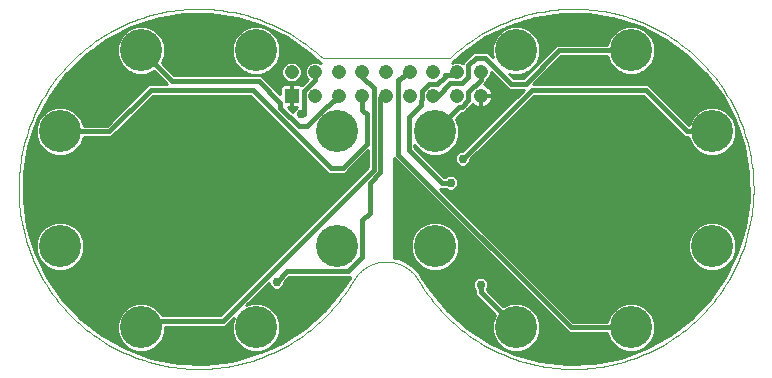
<source format=gtl>
G75*
%MOIN*%
%OFA0B0*%
%FSLAX25Y25*%
%IPPOS*%
%LPD*%
%AMOC8*
5,1,8,0,0,1.08239X$1,22.5*
%
%ADD10C,0.15000*%
%ADD11C,0.00100*%
%ADD12R,0.04756X0.04756*%
%ADD13C,0.04756*%
%ADD14C,0.14000*%
%ADD15C,0.01600*%
%ADD16C,0.03000*%
%ADD17C,0.29600*%
%ADD18C,0.01000*%
D10*
X0041500Y0073750D02*
X0041507Y0074302D01*
X0041527Y0074854D01*
X0041561Y0075405D01*
X0041608Y0075955D01*
X0041669Y0076504D01*
X0041744Y0077051D01*
X0041831Y0077597D01*
X0041932Y0078140D01*
X0042047Y0078680D01*
X0042174Y0079217D01*
X0042315Y0079751D01*
X0042469Y0080281D01*
X0042636Y0080808D01*
X0042815Y0081330D01*
X0043008Y0081848D01*
X0043213Y0082360D01*
X0043430Y0082868D01*
X0043660Y0083370D01*
X0043902Y0083866D01*
X0044157Y0084356D01*
X0044423Y0084840D01*
X0044701Y0085317D01*
X0044991Y0085787D01*
X0045292Y0086250D01*
X0045604Y0086706D01*
X0045928Y0087153D01*
X0046262Y0087593D01*
X0046607Y0088024D01*
X0046963Y0088446D01*
X0047329Y0088860D01*
X0047704Y0089265D01*
X0048090Y0089660D01*
X0048485Y0090046D01*
X0048890Y0090421D01*
X0049304Y0090787D01*
X0049726Y0091143D01*
X0050157Y0091488D01*
X0050597Y0091822D01*
X0051044Y0092146D01*
X0051500Y0092458D01*
X0051963Y0092759D01*
X0052433Y0093049D01*
X0052910Y0093327D01*
X0053394Y0093593D01*
X0053884Y0093848D01*
X0054380Y0094090D01*
X0054882Y0094320D01*
X0055390Y0094537D01*
X0055902Y0094742D01*
X0056420Y0094935D01*
X0056942Y0095114D01*
X0057469Y0095281D01*
X0057999Y0095435D01*
X0058533Y0095576D01*
X0059070Y0095703D01*
X0059610Y0095818D01*
X0060153Y0095919D01*
X0060699Y0096006D01*
X0061246Y0096081D01*
X0061795Y0096142D01*
X0062345Y0096189D01*
X0062896Y0096223D01*
X0063448Y0096243D01*
X0064000Y0096250D01*
X0064552Y0096243D01*
X0065104Y0096223D01*
X0065655Y0096189D01*
X0066205Y0096142D01*
X0066754Y0096081D01*
X0067301Y0096006D01*
X0067847Y0095919D01*
X0068390Y0095818D01*
X0068930Y0095703D01*
X0069467Y0095576D01*
X0070001Y0095435D01*
X0070531Y0095281D01*
X0071058Y0095114D01*
X0071580Y0094935D01*
X0072098Y0094742D01*
X0072610Y0094537D01*
X0073118Y0094320D01*
X0073620Y0094090D01*
X0074116Y0093848D01*
X0074606Y0093593D01*
X0075090Y0093327D01*
X0075567Y0093049D01*
X0076037Y0092759D01*
X0076500Y0092458D01*
X0076956Y0092146D01*
X0077403Y0091822D01*
X0077843Y0091488D01*
X0078274Y0091143D01*
X0078696Y0090787D01*
X0079110Y0090421D01*
X0079515Y0090046D01*
X0079910Y0089660D01*
X0080296Y0089265D01*
X0080671Y0088860D01*
X0081037Y0088446D01*
X0081393Y0088024D01*
X0081738Y0087593D01*
X0082072Y0087153D01*
X0082396Y0086706D01*
X0082708Y0086250D01*
X0083009Y0085787D01*
X0083299Y0085317D01*
X0083577Y0084840D01*
X0083843Y0084356D01*
X0084098Y0083866D01*
X0084340Y0083370D01*
X0084570Y0082868D01*
X0084787Y0082360D01*
X0084992Y0081848D01*
X0085185Y0081330D01*
X0085364Y0080808D01*
X0085531Y0080281D01*
X0085685Y0079751D01*
X0085826Y0079217D01*
X0085953Y0078680D01*
X0086068Y0078140D01*
X0086169Y0077597D01*
X0086256Y0077051D01*
X0086331Y0076504D01*
X0086392Y0075955D01*
X0086439Y0075405D01*
X0086473Y0074854D01*
X0086493Y0074302D01*
X0086500Y0073750D01*
X0086493Y0073198D01*
X0086473Y0072646D01*
X0086439Y0072095D01*
X0086392Y0071545D01*
X0086331Y0070996D01*
X0086256Y0070449D01*
X0086169Y0069903D01*
X0086068Y0069360D01*
X0085953Y0068820D01*
X0085826Y0068283D01*
X0085685Y0067749D01*
X0085531Y0067219D01*
X0085364Y0066692D01*
X0085185Y0066170D01*
X0084992Y0065652D01*
X0084787Y0065140D01*
X0084570Y0064632D01*
X0084340Y0064130D01*
X0084098Y0063634D01*
X0083843Y0063144D01*
X0083577Y0062660D01*
X0083299Y0062183D01*
X0083009Y0061713D01*
X0082708Y0061250D01*
X0082396Y0060794D01*
X0082072Y0060347D01*
X0081738Y0059907D01*
X0081393Y0059476D01*
X0081037Y0059054D01*
X0080671Y0058640D01*
X0080296Y0058235D01*
X0079910Y0057840D01*
X0079515Y0057454D01*
X0079110Y0057079D01*
X0078696Y0056713D01*
X0078274Y0056357D01*
X0077843Y0056012D01*
X0077403Y0055678D01*
X0076956Y0055354D01*
X0076500Y0055042D01*
X0076037Y0054741D01*
X0075567Y0054451D01*
X0075090Y0054173D01*
X0074606Y0053907D01*
X0074116Y0053652D01*
X0073620Y0053410D01*
X0073118Y0053180D01*
X0072610Y0052963D01*
X0072098Y0052758D01*
X0071580Y0052565D01*
X0071058Y0052386D01*
X0070531Y0052219D01*
X0070001Y0052065D01*
X0069467Y0051924D01*
X0068930Y0051797D01*
X0068390Y0051682D01*
X0067847Y0051581D01*
X0067301Y0051494D01*
X0066754Y0051419D01*
X0066205Y0051358D01*
X0065655Y0051311D01*
X0065104Y0051277D01*
X0064552Y0051257D01*
X0064000Y0051250D01*
X0063448Y0051257D01*
X0062896Y0051277D01*
X0062345Y0051311D01*
X0061795Y0051358D01*
X0061246Y0051419D01*
X0060699Y0051494D01*
X0060153Y0051581D01*
X0059610Y0051682D01*
X0059070Y0051797D01*
X0058533Y0051924D01*
X0057999Y0052065D01*
X0057469Y0052219D01*
X0056942Y0052386D01*
X0056420Y0052565D01*
X0055902Y0052758D01*
X0055390Y0052963D01*
X0054882Y0053180D01*
X0054380Y0053410D01*
X0053884Y0053652D01*
X0053394Y0053907D01*
X0052910Y0054173D01*
X0052433Y0054451D01*
X0051963Y0054741D01*
X0051500Y0055042D01*
X0051044Y0055354D01*
X0050597Y0055678D01*
X0050157Y0056012D01*
X0049726Y0056357D01*
X0049304Y0056713D01*
X0048890Y0057079D01*
X0048485Y0057454D01*
X0048090Y0057840D01*
X0047704Y0058235D01*
X0047329Y0058640D01*
X0046963Y0059054D01*
X0046607Y0059476D01*
X0046262Y0059907D01*
X0045928Y0060347D01*
X0045604Y0060794D01*
X0045292Y0061250D01*
X0044991Y0061713D01*
X0044701Y0062183D01*
X0044423Y0062660D01*
X0044157Y0063144D01*
X0043902Y0063634D01*
X0043660Y0064130D01*
X0043430Y0064632D01*
X0043213Y0065140D01*
X0043008Y0065652D01*
X0042815Y0066170D01*
X0042636Y0066692D01*
X0042469Y0067219D01*
X0042315Y0067749D01*
X0042174Y0068283D01*
X0042047Y0068820D01*
X0041932Y0069360D01*
X0041831Y0069903D01*
X0041744Y0070449D01*
X0041669Y0070996D01*
X0041608Y0071545D01*
X0041561Y0072095D01*
X0041527Y0072646D01*
X0041507Y0073198D01*
X0041500Y0073750D01*
X0166500Y0073750D02*
X0166507Y0074302D01*
X0166527Y0074854D01*
X0166561Y0075405D01*
X0166608Y0075955D01*
X0166669Y0076504D01*
X0166744Y0077051D01*
X0166831Y0077597D01*
X0166932Y0078140D01*
X0167047Y0078680D01*
X0167174Y0079217D01*
X0167315Y0079751D01*
X0167469Y0080281D01*
X0167636Y0080808D01*
X0167815Y0081330D01*
X0168008Y0081848D01*
X0168213Y0082360D01*
X0168430Y0082868D01*
X0168660Y0083370D01*
X0168902Y0083866D01*
X0169157Y0084356D01*
X0169423Y0084840D01*
X0169701Y0085317D01*
X0169991Y0085787D01*
X0170292Y0086250D01*
X0170604Y0086706D01*
X0170928Y0087153D01*
X0171262Y0087593D01*
X0171607Y0088024D01*
X0171963Y0088446D01*
X0172329Y0088860D01*
X0172704Y0089265D01*
X0173090Y0089660D01*
X0173485Y0090046D01*
X0173890Y0090421D01*
X0174304Y0090787D01*
X0174726Y0091143D01*
X0175157Y0091488D01*
X0175597Y0091822D01*
X0176044Y0092146D01*
X0176500Y0092458D01*
X0176963Y0092759D01*
X0177433Y0093049D01*
X0177910Y0093327D01*
X0178394Y0093593D01*
X0178884Y0093848D01*
X0179380Y0094090D01*
X0179882Y0094320D01*
X0180390Y0094537D01*
X0180902Y0094742D01*
X0181420Y0094935D01*
X0181942Y0095114D01*
X0182469Y0095281D01*
X0182999Y0095435D01*
X0183533Y0095576D01*
X0184070Y0095703D01*
X0184610Y0095818D01*
X0185153Y0095919D01*
X0185699Y0096006D01*
X0186246Y0096081D01*
X0186795Y0096142D01*
X0187345Y0096189D01*
X0187896Y0096223D01*
X0188448Y0096243D01*
X0189000Y0096250D01*
X0189552Y0096243D01*
X0190104Y0096223D01*
X0190655Y0096189D01*
X0191205Y0096142D01*
X0191754Y0096081D01*
X0192301Y0096006D01*
X0192847Y0095919D01*
X0193390Y0095818D01*
X0193930Y0095703D01*
X0194467Y0095576D01*
X0195001Y0095435D01*
X0195531Y0095281D01*
X0196058Y0095114D01*
X0196580Y0094935D01*
X0197098Y0094742D01*
X0197610Y0094537D01*
X0198118Y0094320D01*
X0198620Y0094090D01*
X0199116Y0093848D01*
X0199606Y0093593D01*
X0200090Y0093327D01*
X0200567Y0093049D01*
X0201037Y0092759D01*
X0201500Y0092458D01*
X0201956Y0092146D01*
X0202403Y0091822D01*
X0202843Y0091488D01*
X0203274Y0091143D01*
X0203696Y0090787D01*
X0204110Y0090421D01*
X0204515Y0090046D01*
X0204910Y0089660D01*
X0205296Y0089265D01*
X0205671Y0088860D01*
X0206037Y0088446D01*
X0206393Y0088024D01*
X0206738Y0087593D01*
X0207072Y0087153D01*
X0207396Y0086706D01*
X0207708Y0086250D01*
X0208009Y0085787D01*
X0208299Y0085317D01*
X0208577Y0084840D01*
X0208843Y0084356D01*
X0209098Y0083866D01*
X0209340Y0083370D01*
X0209570Y0082868D01*
X0209787Y0082360D01*
X0209992Y0081848D01*
X0210185Y0081330D01*
X0210364Y0080808D01*
X0210531Y0080281D01*
X0210685Y0079751D01*
X0210826Y0079217D01*
X0210953Y0078680D01*
X0211068Y0078140D01*
X0211169Y0077597D01*
X0211256Y0077051D01*
X0211331Y0076504D01*
X0211392Y0075955D01*
X0211439Y0075405D01*
X0211473Y0074854D01*
X0211493Y0074302D01*
X0211500Y0073750D01*
X0211493Y0073198D01*
X0211473Y0072646D01*
X0211439Y0072095D01*
X0211392Y0071545D01*
X0211331Y0070996D01*
X0211256Y0070449D01*
X0211169Y0069903D01*
X0211068Y0069360D01*
X0210953Y0068820D01*
X0210826Y0068283D01*
X0210685Y0067749D01*
X0210531Y0067219D01*
X0210364Y0066692D01*
X0210185Y0066170D01*
X0209992Y0065652D01*
X0209787Y0065140D01*
X0209570Y0064632D01*
X0209340Y0064130D01*
X0209098Y0063634D01*
X0208843Y0063144D01*
X0208577Y0062660D01*
X0208299Y0062183D01*
X0208009Y0061713D01*
X0207708Y0061250D01*
X0207396Y0060794D01*
X0207072Y0060347D01*
X0206738Y0059907D01*
X0206393Y0059476D01*
X0206037Y0059054D01*
X0205671Y0058640D01*
X0205296Y0058235D01*
X0204910Y0057840D01*
X0204515Y0057454D01*
X0204110Y0057079D01*
X0203696Y0056713D01*
X0203274Y0056357D01*
X0202843Y0056012D01*
X0202403Y0055678D01*
X0201956Y0055354D01*
X0201500Y0055042D01*
X0201037Y0054741D01*
X0200567Y0054451D01*
X0200090Y0054173D01*
X0199606Y0053907D01*
X0199116Y0053652D01*
X0198620Y0053410D01*
X0198118Y0053180D01*
X0197610Y0052963D01*
X0197098Y0052758D01*
X0196580Y0052565D01*
X0196058Y0052386D01*
X0195531Y0052219D01*
X0195001Y0052065D01*
X0194467Y0051924D01*
X0193930Y0051797D01*
X0193390Y0051682D01*
X0192847Y0051581D01*
X0192301Y0051494D01*
X0191754Y0051419D01*
X0191205Y0051358D01*
X0190655Y0051311D01*
X0190104Y0051277D01*
X0189552Y0051257D01*
X0189000Y0051250D01*
X0188448Y0051257D01*
X0187896Y0051277D01*
X0187345Y0051311D01*
X0186795Y0051358D01*
X0186246Y0051419D01*
X0185699Y0051494D01*
X0185153Y0051581D01*
X0184610Y0051682D01*
X0184070Y0051797D01*
X0183533Y0051924D01*
X0182999Y0052065D01*
X0182469Y0052219D01*
X0181942Y0052386D01*
X0181420Y0052565D01*
X0180902Y0052758D01*
X0180390Y0052963D01*
X0179882Y0053180D01*
X0179380Y0053410D01*
X0178884Y0053652D01*
X0178394Y0053907D01*
X0177910Y0054173D01*
X0177433Y0054451D01*
X0176963Y0054741D01*
X0176500Y0055042D01*
X0176044Y0055354D01*
X0175597Y0055678D01*
X0175157Y0056012D01*
X0174726Y0056357D01*
X0174304Y0056713D01*
X0173890Y0057079D01*
X0173485Y0057454D01*
X0173090Y0057840D01*
X0172704Y0058235D01*
X0172329Y0058640D01*
X0171963Y0059054D01*
X0171607Y0059476D01*
X0171262Y0059907D01*
X0170928Y0060347D01*
X0170604Y0060794D01*
X0170292Y0061250D01*
X0169991Y0061713D01*
X0169701Y0062183D01*
X0169423Y0062660D01*
X0169157Y0063144D01*
X0168902Y0063634D01*
X0168660Y0064130D01*
X0168430Y0064632D01*
X0168213Y0065140D01*
X0168008Y0065652D01*
X0167815Y0066170D01*
X0167636Y0066692D01*
X0167469Y0067219D01*
X0167315Y0067749D01*
X0167174Y0068283D01*
X0167047Y0068820D01*
X0166932Y0069360D01*
X0166831Y0069903D01*
X0166744Y0070449D01*
X0166669Y0070996D01*
X0166608Y0071545D01*
X0166561Y0072095D01*
X0166527Y0072646D01*
X0166507Y0073198D01*
X0166500Y0073750D01*
D11*
X0137276Y0043342D02*
X0138035Y0042087D01*
X0138825Y0040850D01*
X0139644Y0039632D01*
X0140493Y0038435D01*
X0141372Y0037260D01*
X0142278Y0036106D01*
X0143213Y0034974D01*
X0144175Y0033866D01*
X0145164Y0032782D01*
X0146179Y0031722D01*
X0147219Y0030687D01*
X0148285Y0029678D01*
X0149375Y0028696D01*
X0150489Y0027740D01*
X0151626Y0026812D01*
X0152785Y0025912D01*
X0153965Y0025041D01*
X0155167Y0024199D01*
X0156389Y0023386D01*
X0157631Y0022604D01*
X0158891Y0021852D01*
X0160169Y0021131D01*
X0161465Y0020441D01*
X0162777Y0019784D01*
X0164104Y0019159D01*
X0165447Y0018566D01*
X0166803Y0018007D01*
X0168173Y0017481D01*
X0169556Y0016988D01*
X0170950Y0016529D01*
X0172355Y0016105D01*
X0173769Y0015715D01*
X0175193Y0015360D01*
X0176625Y0015040D01*
X0178065Y0014755D01*
X0179511Y0014505D01*
X0180963Y0014291D01*
X0182419Y0014112D01*
X0183880Y0013969D01*
X0185343Y0013862D01*
X0186809Y0013790D01*
X0188276Y0013754D01*
X0189744Y0013755D01*
X0191211Y0013791D01*
X0192676Y0013863D01*
X0194140Y0013971D01*
X0195600Y0014114D01*
X0197057Y0014293D01*
X0198509Y0014508D01*
X0199955Y0014759D01*
X0201394Y0015044D01*
X0202826Y0015365D01*
X0204250Y0015720D01*
X0205665Y0016111D01*
X0207069Y0016535D01*
X0208463Y0016994D01*
X0209845Y0017487D01*
X0211215Y0018014D01*
X0212571Y0018574D01*
X0213914Y0019167D01*
X0215241Y0019793D01*
X0216553Y0020451D01*
X0217848Y0021140D01*
X0219126Y0021862D01*
X0220386Y0022614D01*
X0221628Y0023397D01*
X0222849Y0024210D01*
X0224051Y0025052D01*
X0225231Y0025924D01*
X0226390Y0026825D01*
X0227526Y0027753D01*
X0228640Y0028709D01*
X0229730Y0029692D01*
X0230795Y0030701D01*
X0231835Y0031736D01*
X0232850Y0032796D01*
X0233838Y0033881D01*
X0234800Y0034990D01*
X0235734Y0036121D01*
X0236640Y0037276D01*
X0237518Y0038452D01*
X0238367Y0039649D01*
X0239186Y0040866D01*
X0239975Y0042103D01*
X0240734Y0043360D01*
X0241462Y0044634D01*
X0242158Y0045926D01*
X0242823Y0047234D01*
X0243455Y0048558D01*
X0244055Y0049898D01*
X0244622Y0051251D01*
X0245156Y0052618D01*
X0245656Y0053998D01*
X0246122Y0055389D01*
X0246554Y0056792D01*
X0246951Y0058205D01*
X0247314Y0059626D01*
X0247642Y0061057D01*
X0247935Y0062495D01*
X0248193Y0063940D01*
X0248415Y0065390D01*
X0248601Y0066846D01*
X0248752Y0068305D01*
X0248868Y0069768D01*
X0248947Y0071234D01*
X0248991Y0072701D01*
X0248999Y0074168D01*
X0248970Y0075635D01*
X0248906Y0077101D01*
X0248806Y0078565D01*
X0248671Y0080027D01*
X0248499Y0081484D01*
X0248292Y0082937D01*
X0248050Y0084384D01*
X0247772Y0085825D01*
X0247459Y0087259D01*
X0247112Y0088685D01*
X0246729Y0090101D01*
X0246312Y0091508D01*
X0245860Y0092905D01*
X0245375Y0094290D01*
X0244856Y0095662D01*
X0244303Y0097022D01*
X0243717Y0098367D01*
X0243099Y0099698D01*
X0242448Y0101013D01*
X0241765Y0102312D01*
X0241051Y0103594D01*
X0240306Y0104858D01*
X0239530Y0106104D01*
X0238723Y0107330D01*
X0237887Y0108536D01*
X0237022Y0109721D01*
X0236128Y0110885D01*
X0235205Y0112026D01*
X0234255Y0113145D01*
X0233278Y0114240D01*
X0232275Y0115311D01*
X0231246Y0116356D01*
X0230191Y0117377D01*
X0229112Y0118371D01*
X0228008Y0119339D01*
X0226882Y0120279D01*
X0225733Y0121192D01*
X0224561Y0122076D01*
X0223369Y0122931D01*
X0222156Y0123757D01*
X0220923Y0124553D01*
X0219671Y0125318D01*
X0218400Y0126053D01*
X0217112Y0126756D01*
X0215808Y0127428D01*
X0214487Y0128068D01*
X0213151Y0128675D01*
X0211800Y0129249D01*
X0210436Y0129790D01*
X0209059Y0130298D01*
X0207670Y0130771D01*
X0206270Y0131211D01*
X0204860Y0131616D01*
X0203440Y0131987D01*
X0202011Y0132322D01*
X0200575Y0132623D01*
X0199132Y0132888D01*
X0197682Y0133118D01*
X0196228Y0133313D01*
X0194769Y0133472D01*
X0193307Y0133595D01*
X0191842Y0133683D01*
X0190375Y0133734D01*
X0188908Y0133750D01*
X0187440Y0133730D01*
X0185974Y0133674D01*
X0184509Y0133582D01*
X0183047Y0133454D01*
X0181589Y0133291D01*
X0180135Y0133091D01*
X0178686Y0132857D01*
X0177244Y0132587D01*
X0175809Y0132282D01*
X0174381Y0131942D01*
X0172962Y0131567D01*
X0171553Y0131157D01*
X0170154Y0130713D01*
X0168767Y0130236D01*
X0167391Y0129724D01*
X0166029Y0129179D01*
X0164680Y0128600D01*
X0163346Y0127989D01*
X0162027Y0127345D01*
X0160725Y0126670D01*
X0159439Y0125962D01*
X0158171Y0125224D01*
X0156921Y0124454D01*
X0155691Y0123655D01*
X0154480Y0122825D01*
X0153290Y0121966D01*
X0152122Y0121079D01*
X0150975Y0120162D01*
X0149852Y0119219D01*
X0148751Y0118248D01*
X0147675Y0117250D01*
X0105325Y0117250D01*
X0104249Y0118248D01*
X0103148Y0119219D01*
X0102025Y0120162D01*
X0100878Y0121079D01*
X0099710Y0121966D01*
X0098520Y0122825D01*
X0097309Y0123655D01*
X0096079Y0124454D01*
X0094829Y0125224D01*
X0093561Y0125962D01*
X0092275Y0126670D01*
X0090973Y0127345D01*
X0089654Y0127989D01*
X0088320Y0128600D01*
X0086971Y0129179D01*
X0085609Y0129724D01*
X0084233Y0130236D01*
X0082846Y0130713D01*
X0081447Y0131157D01*
X0080038Y0131567D01*
X0078619Y0131942D01*
X0077191Y0132282D01*
X0075756Y0132587D01*
X0074314Y0132857D01*
X0072865Y0133091D01*
X0071411Y0133291D01*
X0069953Y0133454D01*
X0068491Y0133582D01*
X0067026Y0133674D01*
X0065560Y0133730D01*
X0064092Y0133750D01*
X0062625Y0133734D01*
X0061158Y0133683D01*
X0059693Y0133595D01*
X0058231Y0133472D01*
X0056772Y0133313D01*
X0055318Y0133118D01*
X0053868Y0132888D01*
X0052425Y0132623D01*
X0050989Y0132322D01*
X0049560Y0131987D01*
X0048140Y0131616D01*
X0046730Y0131211D01*
X0045330Y0130771D01*
X0043941Y0130298D01*
X0042564Y0129790D01*
X0041200Y0129249D01*
X0039849Y0128675D01*
X0038513Y0128068D01*
X0037192Y0127428D01*
X0035888Y0126756D01*
X0034600Y0126053D01*
X0033329Y0125318D01*
X0032077Y0124553D01*
X0030844Y0123757D01*
X0029631Y0122931D01*
X0028439Y0122076D01*
X0027267Y0121192D01*
X0026118Y0120279D01*
X0024992Y0119339D01*
X0023888Y0118371D01*
X0022809Y0117377D01*
X0021754Y0116356D01*
X0020725Y0115311D01*
X0019722Y0114240D01*
X0018745Y0113145D01*
X0017795Y0112026D01*
X0016872Y0110885D01*
X0015978Y0109721D01*
X0015113Y0108536D01*
X0014277Y0107330D01*
X0013470Y0106104D01*
X0012694Y0104858D01*
X0011949Y0103594D01*
X0011235Y0102312D01*
X0010552Y0101013D01*
X0009901Y0099698D01*
X0009283Y0098367D01*
X0008697Y0097022D01*
X0008144Y0095662D01*
X0007625Y0094290D01*
X0007140Y0092905D01*
X0006688Y0091508D01*
X0006271Y0090101D01*
X0005888Y0088685D01*
X0005541Y0087259D01*
X0005228Y0085825D01*
X0004950Y0084384D01*
X0004708Y0082937D01*
X0004501Y0081484D01*
X0004329Y0080027D01*
X0004194Y0078565D01*
X0004094Y0077101D01*
X0004030Y0075635D01*
X0004001Y0074168D01*
X0004009Y0072701D01*
X0004053Y0071234D01*
X0004132Y0069768D01*
X0004248Y0068305D01*
X0004399Y0066846D01*
X0004585Y0065390D01*
X0004807Y0063940D01*
X0005065Y0062495D01*
X0005358Y0061057D01*
X0005686Y0059626D01*
X0006049Y0058205D01*
X0006446Y0056792D01*
X0006878Y0055389D01*
X0007344Y0053998D01*
X0007844Y0052618D01*
X0008378Y0051251D01*
X0008945Y0049898D01*
X0009545Y0048558D01*
X0010177Y0047234D01*
X0010842Y0045926D01*
X0011538Y0044634D01*
X0012266Y0043360D01*
X0013025Y0042103D01*
X0013814Y0040866D01*
X0014633Y0039649D01*
X0015482Y0038452D01*
X0016360Y0037276D01*
X0017266Y0036121D01*
X0018200Y0034990D01*
X0019162Y0033881D01*
X0020150Y0032796D01*
X0021165Y0031736D01*
X0022205Y0030701D01*
X0023270Y0029692D01*
X0024360Y0028709D01*
X0025474Y0027753D01*
X0026610Y0026825D01*
X0027769Y0025924D01*
X0028949Y0025052D01*
X0030151Y0024210D01*
X0031372Y0023397D01*
X0032614Y0022614D01*
X0033874Y0021862D01*
X0035152Y0021140D01*
X0036447Y0020451D01*
X0037759Y0019793D01*
X0039086Y0019167D01*
X0040429Y0018574D01*
X0041785Y0018014D01*
X0043155Y0017487D01*
X0044537Y0016994D01*
X0045931Y0016535D01*
X0047335Y0016111D01*
X0048750Y0015720D01*
X0050174Y0015365D01*
X0051606Y0015044D01*
X0053045Y0014759D01*
X0054491Y0014508D01*
X0055943Y0014293D01*
X0057400Y0014114D01*
X0058860Y0013971D01*
X0060324Y0013863D01*
X0061789Y0013791D01*
X0063256Y0013755D01*
X0064724Y0013754D01*
X0066191Y0013790D01*
X0067657Y0013862D01*
X0069120Y0013969D01*
X0070581Y0014112D01*
X0072037Y0014291D01*
X0073489Y0014505D01*
X0074935Y0014755D01*
X0076375Y0015040D01*
X0077807Y0015360D01*
X0079231Y0015715D01*
X0080645Y0016105D01*
X0082050Y0016529D01*
X0083444Y0016988D01*
X0084827Y0017481D01*
X0086197Y0018007D01*
X0087553Y0018566D01*
X0088896Y0019159D01*
X0090223Y0019784D01*
X0091535Y0020441D01*
X0092831Y0021131D01*
X0094109Y0021852D01*
X0095369Y0022604D01*
X0096611Y0023386D01*
X0097833Y0024199D01*
X0099035Y0025041D01*
X0100215Y0025912D01*
X0101374Y0026812D01*
X0102511Y0027740D01*
X0103625Y0028696D01*
X0104715Y0029678D01*
X0105781Y0030687D01*
X0106821Y0031722D01*
X0107836Y0032782D01*
X0108825Y0033866D01*
X0109787Y0034974D01*
X0110722Y0036106D01*
X0111628Y0037260D01*
X0112507Y0038435D01*
X0113356Y0039632D01*
X0114175Y0040850D01*
X0114965Y0042087D01*
X0115724Y0043342D01*
X0115724Y0043343D02*
X0115882Y0043604D01*
X0116047Y0043862D01*
X0116217Y0044116D01*
X0116394Y0044365D01*
X0116577Y0044610D01*
X0116766Y0044850D01*
X0116961Y0045086D01*
X0117161Y0045317D01*
X0117367Y0045543D01*
X0117579Y0045763D01*
X0117795Y0045979D01*
X0118017Y0046189D01*
X0118244Y0046394D01*
X0118476Y0046593D01*
X0118713Y0046786D01*
X0118955Y0046974D01*
X0119200Y0047155D01*
X0119451Y0047331D01*
X0119705Y0047500D01*
X0119964Y0047663D01*
X0120226Y0047820D01*
X0120493Y0047970D01*
X0120762Y0048113D01*
X0121036Y0048250D01*
X0121312Y0048381D01*
X0121592Y0048504D01*
X0121874Y0048621D01*
X0122160Y0048730D01*
X0122448Y0048833D01*
X0122738Y0048929D01*
X0123031Y0049017D01*
X0123325Y0049098D01*
X0123622Y0049172D01*
X0123920Y0049239D01*
X0124220Y0049298D01*
X0124521Y0049350D01*
X0124824Y0049395D01*
X0125127Y0049432D01*
X0125431Y0049462D01*
X0125736Y0049485D01*
X0126042Y0049500D01*
X0126347Y0049507D01*
X0126653Y0049507D01*
X0126958Y0049500D01*
X0127264Y0049485D01*
X0127569Y0049462D01*
X0127873Y0049432D01*
X0128176Y0049395D01*
X0128479Y0049350D01*
X0128780Y0049298D01*
X0129080Y0049239D01*
X0129378Y0049172D01*
X0129675Y0049098D01*
X0129969Y0049017D01*
X0130262Y0048929D01*
X0130552Y0048833D01*
X0130840Y0048730D01*
X0131126Y0048621D01*
X0131408Y0048504D01*
X0131688Y0048381D01*
X0131964Y0048250D01*
X0132238Y0048113D01*
X0132507Y0047970D01*
X0132774Y0047820D01*
X0133036Y0047663D01*
X0133295Y0047500D01*
X0133549Y0047331D01*
X0133800Y0047155D01*
X0134045Y0046974D01*
X0134287Y0046786D01*
X0134524Y0046593D01*
X0134756Y0046394D01*
X0134983Y0046189D01*
X0135205Y0045979D01*
X0135421Y0045763D01*
X0135633Y0045543D01*
X0135839Y0045317D01*
X0136039Y0045086D01*
X0136234Y0044850D01*
X0136423Y0044610D01*
X0136606Y0044365D01*
X0136783Y0044116D01*
X0136953Y0043862D01*
X0137118Y0043604D01*
X0137276Y0043343D01*
D12*
X0095004Y0104813D03*
D13*
X0102878Y0104813D03*
X0110752Y0104813D03*
X0118626Y0104813D03*
X0126500Y0104813D03*
X0134374Y0104813D03*
X0142248Y0104813D03*
X0150122Y0104813D03*
X0157996Y0104813D03*
X0157996Y0112687D03*
X0150122Y0112687D03*
X0142248Y0112687D03*
X0134374Y0112687D03*
X0126500Y0112687D03*
X0118626Y0112687D03*
X0110752Y0112687D03*
X0102878Y0112687D03*
X0095004Y0112687D03*
D14*
X0083134Y0119940D03*
X0044866Y0119940D03*
X0017806Y0092884D03*
X0017806Y0054616D03*
X0044866Y0027556D03*
X0083134Y0027556D03*
X0110194Y0054616D03*
X0142806Y0054616D03*
X0169866Y0027556D03*
X0208134Y0027556D03*
X0235194Y0054616D03*
X0235194Y0092884D03*
X0208134Y0119944D03*
X0169866Y0119944D03*
X0142806Y0092884D03*
X0110194Y0092884D03*
D15*
X0106715Y0101284D02*
X0100181Y0094750D01*
X0097331Y0094750D01*
X0091226Y0100855D01*
X0091226Y0102524D01*
X0084000Y0109750D01*
X0055056Y0109750D01*
X0044866Y0119940D01*
X0048000Y0106750D02*
X0082000Y0106750D01*
X0108000Y0080750D01*
X0112000Y0080750D01*
X0120000Y0088750D01*
X0120000Y0098750D01*
X0118626Y0100124D01*
X0118626Y0104813D01*
X0118626Y0105376D01*
X0122404Y0107378D02*
X0122404Y0080154D01*
X0072000Y0029750D01*
X0047060Y0029750D01*
X0044866Y0027556D01*
X0090000Y0042750D02*
X0093466Y0046216D01*
X0113673Y0046216D01*
X0118594Y0051137D01*
X0118594Y0063344D01*
X0121000Y0065750D01*
X0121000Y0075639D01*
X0124604Y0079243D01*
X0124604Y0103917D01*
X0126500Y0104813D01*
X0122404Y0107378D02*
X0118626Y0111156D01*
X0118626Y0112687D01*
X0130596Y0109909D02*
X0130596Y0085154D01*
X0188194Y0027556D01*
X0208134Y0027556D01*
X0169866Y0027556D02*
X0158000Y0039422D01*
X0158000Y0041750D01*
X0148000Y0075750D02*
X0145000Y0075750D01*
X0134000Y0086750D01*
X0134000Y0097750D01*
X0138000Y0101750D01*
X0138000Y0103096D01*
X0138470Y0103566D01*
X0138470Y0106378D01*
X0140683Y0108591D01*
X0140841Y0108591D01*
X0143495Y0108591D01*
X0146026Y0111122D01*
X0146026Y0111750D01*
X0149185Y0111750D01*
X0150122Y0112687D01*
X0153900Y0111122D02*
X0153900Y0114934D01*
X0156431Y0117465D01*
X0159561Y0117465D01*
X0168276Y0108750D01*
X0173000Y0108750D01*
X0184194Y0119944D01*
X0208134Y0119944D01*
X0213000Y0106750D02*
X0175000Y0106750D01*
X0152000Y0083750D01*
X0142806Y0092884D02*
X0150957Y0101035D01*
X0151687Y0101035D01*
X0153900Y0103248D01*
X0153900Y0106060D01*
X0157996Y0110156D01*
X0157996Y0112687D01*
X0153900Y0111122D02*
X0151687Y0108909D01*
X0147875Y0108909D01*
X0143779Y0104813D01*
X0142248Y0104813D01*
X0140841Y0108591D02*
X0141000Y0108750D01*
X0134374Y0112687D02*
X0130596Y0109909D01*
X0110752Y0104813D02*
X0107223Y0101284D01*
X0106715Y0101284D01*
X0099100Y0098850D02*
X0099100Y0106378D01*
X0102878Y0110156D01*
X0102878Y0112687D01*
X0099100Y0098850D02*
X0099000Y0098750D01*
X0098000Y0098650D01*
X0048000Y0106750D02*
X0034134Y0092884D01*
X0017806Y0092884D01*
X0213000Y0106750D02*
X0226866Y0092884D01*
X0235194Y0092884D01*
D16*
X0215000Y0096750D03*
X0235000Y0104750D03*
X0188000Y0111750D03*
X0167000Y0104750D03*
X0152000Y0083750D03*
X0148000Y0075750D03*
X0152000Y0070750D03*
X0136000Y0067750D03*
X0103000Y0073750D03*
X0098000Y0098650D03*
X0089000Y0111750D03*
X0067000Y0117750D03*
X0031000Y0101750D03*
X0019000Y0074750D03*
X0035000Y0048750D03*
X0029000Y0034750D03*
X0065000Y0022750D03*
X0090000Y0042750D03*
X0104000Y0039750D03*
X0155000Y0031750D03*
X0158000Y0041750D03*
X0191000Y0032750D03*
X0217000Y0044750D03*
X0222000Y0031750D03*
X0232000Y0072750D03*
X0182000Y0125750D03*
D17*
X0189000Y0073750D03*
X0064000Y0073750D03*
D18*
X0039771Y0020559D02*
X0031879Y0024918D01*
X0024752Y0030439D01*
X0018558Y0036990D01*
X0013445Y0044415D01*
X0009535Y0052539D01*
X0006921Y0061167D01*
X0005665Y0070095D01*
X0005797Y0079109D01*
X0007313Y0087996D01*
X0010178Y0096544D01*
X0014324Y0104550D01*
X0019651Y0111823D01*
X0026034Y0118190D01*
X0033320Y0123500D01*
X0041335Y0127627D01*
X0049890Y0130471D01*
X0058781Y0131966D01*
X0067796Y0132077D01*
X0076720Y0130799D01*
X0085342Y0128164D01*
X0093456Y0124235D01*
X0100869Y0119105D01*
X0104251Y0116131D01*
X0104676Y0115707D01*
X0103570Y0116165D01*
X0102186Y0116165D01*
X0100908Y0115635D01*
X0099929Y0114657D01*
X0099400Y0113379D01*
X0099400Y0111995D01*
X0099929Y0110717D01*
X0100341Y0110306D01*
X0098365Y0108329D01*
X0098303Y0108391D01*
X0097961Y0108589D01*
X0097579Y0108691D01*
X0095193Y0108691D01*
X0095193Y0105002D01*
X0094815Y0105002D01*
X0094815Y0108691D01*
X0092428Y0108691D01*
X0092047Y0108589D01*
X0091705Y0108391D01*
X0091426Y0108112D01*
X0091228Y0107770D01*
X0091126Y0107388D01*
X0091126Y0105311D01*
X0084787Y0111650D01*
X0055843Y0111650D01*
X0051852Y0115641D01*
X0052966Y0118329D01*
X0052966Y0121551D01*
X0051733Y0124528D01*
X0049454Y0126807D01*
X0046477Y0128040D01*
X0043255Y0128040D01*
X0040278Y0126807D01*
X0037999Y0124528D01*
X0036766Y0121551D01*
X0036766Y0118329D01*
X0037999Y0115352D01*
X0040278Y0113073D01*
X0043255Y0111840D01*
X0046477Y0111840D01*
X0049165Y0112954D01*
X0053469Y0108650D01*
X0047213Y0108650D01*
X0046100Y0107537D01*
X0033347Y0094784D01*
X0025786Y0094784D01*
X0024673Y0097472D01*
X0022394Y0099751D01*
X0019417Y0100984D01*
X0016195Y0100984D01*
X0013218Y0099751D01*
X0010939Y0097472D01*
X0009706Y0094495D01*
X0009706Y0091273D01*
X0010939Y0088296D01*
X0013218Y0086017D01*
X0016195Y0084784D01*
X0019417Y0084784D01*
X0022394Y0086017D01*
X0024673Y0088296D01*
X0025786Y0090984D01*
X0034921Y0090984D01*
X0048787Y0104850D01*
X0081213Y0104850D01*
X0107213Y0078850D01*
X0112787Y0078850D01*
X0113900Y0079963D01*
X0120504Y0086567D01*
X0120504Y0080941D01*
X0071213Y0031650D01*
X0051938Y0031650D01*
X0051733Y0032144D01*
X0049454Y0034423D01*
X0046477Y0035656D01*
X0043255Y0035656D01*
X0040278Y0034423D01*
X0037999Y0032144D01*
X0036766Y0029167D01*
X0036766Y0025945D01*
X0037999Y0022968D01*
X0040278Y0020689D01*
X0043255Y0019456D01*
X0046477Y0019456D01*
X0049454Y0020689D01*
X0051733Y0022968D01*
X0052966Y0025945D01*
X0052966Y0027850D01*
X0072787Y0027850D01*
X0075691Y0030755D01*
X0075034Y0029167D01*
X0075034Y0025945D01*
X0076267Y0022968D01*
X0078546Y0020689D01*
X0081523Y0019456D01*
X0084745Y0019456D01*
X0087722Y0020689D01*
X0090001Y0022968D01*
X0091234Y0025945D01*
X0091234Y0029167D01*
X0090001Y0032144D01*
X0087722Y0034423D01*
X0084745Y0035656D01*
X0081523Y0035656D01*
X0079935Y0034998D01*
X0087400Y0042463D01*
X0087400Y0042233D01*
X0087796Y0041277D01*
X0088527Y0040546D01*
X0089483Y0040150D01*
X0090517Y0040150D01*
X0091473Y0040546D01*
X0092204Y0041277D01*
X0092600Y0042233D01*
X0092600Y0042663D01*
X0094253Y0044316D01*
X0114460Y0044316D01*
X0114552Y0044408D01*
X0114388Y0044129D01*
X0111953Y0040331D01*
X0106243Y0033354D01*
X0099529Y0027338D01*
X0091969Y0022427D01*
X0086331Y0019897D01*
X0078444Y0017284D01*
X0075048Y0016354D01*
X0066090Y0015338D01*
X0057082Y0015712D01*
X0048239Y0017466D01*
X0039771Y0020559D01*
X0039444Y0020740D02*
X0040227Y0020740D01*
X0039229Y0021738D02*
X0037637Y0021738D01*
X0038230Y0022737D02*
X0035829Y0022737D01*
X0034021Y0023735D02*
X0037681Y0023735D01*
X0037268Y0024734D02*
X0032213Y0024734D01*
X0030828Y0025732D02*
X0036854Y0025732D01*
X0036766Y0026731D02*
X0029539Y0026731D01*
X0028250Y0027729D02*
X0036766Y0027729D01*
X0036766Y0028728D02*
X0026961Y0028728D01*
X0025672Y0029726D02*
X0036998Y0029726D01*
X0037411Y0030725D02*
X0024481Y0030725D01*
X0023537Y0031723D02*
X0037825Y0031723D01*
X0038577Y0032722D02*
X0022593Y0032722D01*
X0021649Y0033720D02*
X0039575Y0033720D01*
X0040992Y0034719D02*
X0020705Y0034719D01*
X0019761Y0035717D02*
X0075280Y0035717D01*
X0074282Y0034719D02*
X0048740Y0034719D01*
X0050157Y0033720D02*
X0073283Y0033720D01*
X0072285Y0032722D02*
X0051155Y0032722D01*
X0051907Y0031723D02*
X0071286Y0031723D01*
X0074663Y0029726D02*
X0075266Y0029726D01*
X0075034Y0028728D02*
X0073665Y0028728D01*
X0075034Y0027729D02*
X0052966Y0027729D01*
X0052966Y0026731D02*
X0075034Y0026731D01*
X0075122Y0025732D02*
X0052878Y0025732D01*
X0052464Y0024734D02*
X0075536Y0024734D01*
X0075949Y0023735D02*
X0052051Y0023735D01*
X0051502Y0022737D02*
X0076498Y0022737D01*
X0077497Y0021738D02*
X0050503Y0021738D01*
X0049505Y0020740D02*
X0078495Y0020740D01*
X0080835Y0019741D02*
X0047165Y0019741D01*
X0044744Y0018743D02*
X0082845Y0018743D01*
X0085433Y0019741D02*
X0085860Y0019741D01*
X0087773Y0020740D02*
X0088209Y0020740D01*
X0088771Y0021738D02*
X0090434Y0021738D01*
X0089770Y0022737D02*
X0092446Y0022737D01*
X0093983Y0023735D02*
X0090319Y0023735D01*
X0090732Y0024734D02*
X0095520Y0024734D01*
X0097057Y0025732D02*
X0091146Y0025732D01*
X0091234Y0026731D02*
X0098594Y0026731D01*
X0099965Y0027729D02*
X0091234Y0027729D01*
X0091234Y0028728D02*
X0101080Y0028728D01*
X0102194Y0029726D02*
X0091002Y0029726D01*
X0090589Y0030725D02*
X0103309Y0030725D01*
X0104423Y0031723D02*
X0090175Y0031723D01*
X0089423Y0032722D02*
X0105538Y0032722D01*
X0106543Y0033720D02*
X0088425Y0033720D01*
X0087008Y0034719D02*
X0107360Y0034719D01*
X0108178Y0035717D02*
X0080654Y0035717D01*
X0081653Y0036716D02*
X0108995Y0036716D01*
X0109812Y0037714D02*
X0082651Y0037714D01*
X0083650Y0038713D02*
X0110629Y0038713D01*
X0111446Y0039711D02*
X0084648Y0039711D01*
X0085647Y0040710D02*
X0088363Y0040710D01*
X0087617Y0041708D02*
X0086645Y0041708D01*
X0084267Y0044704D02*
X0013306Y0044704D01*
X0012826Y0045702D02*
X0085265Y0045702D01*
X0086264Y0046701D02*
X0019864Y0046701D01*
X0019417Y0046516D02*
X0022394Y0047749D01*
X0024673Y0050028D01*
X0025906Y0053005D01*
X0025906Y0056227D01*
X0024673Y0059204D01*
X0022394Y0061483D01*
X0019417Y0062716D01*
X0016195Y0062716D01*
X0013218Y0061483D01*
X0010939Y0059204D01*
X0009706Y0056227D01*
X0009706Y0053005D01*
X0010939Y0050028D01*
X0013218Y0047749D01*
X0016195Y0046516D01*
X0019417Y0046516D01*
X0022274Y0047699D02*
X0087262Y0047699D01*
X0088261Y0048698D02*
X0023343Y0048698D01*
X0024342Y0049696D02*
X0089259Y0049696D01*
X0090258Y0050695D02*
X0024949Y0050695D01*
X0025363Y0051693D02*
X0091256Y0051693D01*
X0092255Y0052692D02*
X0025777Y0052692D01*
X0025906Y0053690D02*
X0093253Y0053690D01*
X0094252Y0054689D02*
X0025906Y0054689D01*
X0025906Y0055687D02*
X0095250Y0055687D01*
X0096249Y0056686D02*
X0025716Y0056686D01*
X0025302Y0057684D02*
X0097248Y0057684D01*
X0098246Y0058683D02*
X0024889Y0058683D01*
X0024196Y0059682D02*
X0099245Y0059682D01*
X0100243Y0060680D02*
X0023197Y0060680D01*
X0021922Y0061679D02*
X0101242Y0061679D01*
X0102240Y0062677D02*
X0019511Y0062677D01*
X0016101Y0062677D02*
X0006709Y0062677D01*
X0006849Y0061679D02*
X0013690Y0061679D01*
X0012415Y0060680D02*
X0007069Y0060680D01*
X0007371Y0059682D02*
X0011416Y0059682D01*
X0010723Y0058683D02*
X0007674Y0058683D01*
X0007976Y0057684D02*
X0010310Y0057684D01*
X0009896Y0056686D02*
X0008279Y0056686D01*
X0008581Y0055687D02*
X0009706Y0055687D01*
X0009706Y0054689D02*
X0008884Y0054689D01*
X0009186Y0053690D02*
X0009706Y0053690D01*
X0009836Y0052692D02*
X0009489Y0052692D01*
X0009942Y0051693D02*
X0010249Y0051693D01*
X0010423Y0050695D02*
X0010663Y0050695D01*
X0010903Y0049696D02*
X0011271Y0049696D01*
X0011384Y0048698D02*
X0012269Y0048698D01*
X0011865Y0047699D02*
X0013338Y0047699D01*
X0012345Y0046701D02*
X0015749Y0046701D01*
X0013934Y0043705D02*
X0083268Y0043705D01*
X0082270Y0042707D02*
X0014622Y0042707D01*
X0015309Y0041708D02*
X0081271Y0041708D01*
X0080273Y0040710D02*
X0015997Y0040710D01*
X0016684Y0039711D02*
X0079274Y0039711D01*
X0078276Y0038713D02*
X0017372Y0038713D01*
X0018059Y0037714D02*
X0077277Y0037714D01*
X0076279Y0036716D02*
X0018817Y0036716D01*
X0042011Y0019741D02*
X0042567Y0019741D01*
X0047478Y0017744D02*
X0079831Y0017744D01*
X0076476Y0016746D02*
X0051870Y0016746D01*
X0056904Y0015747D02*
X0069694Y0015747D01*
X0075662Y0030725D02*
X0075679Y0030725D01*
X0091637Y0040710D02*
X0112196Y0040710D01*
X0112836Y0041708D02*
X0092383Y0041708D01*
X0092644Y0042707D02*
X0113476Y0042707D01*
X0114117Y0043705D02*
X0093642Y0043705D01*
X0103239Y0063676D02*
X0006568Y0063676D01*
X0006428Y0064674D02*
X0104237Y0064674D01*
X0105236Y0065673D02*
X0006287Y0065673D01*
X0006147Y0066671D02*
X0106234Y0066671D01*
X0107233Y0067670D02*
X0006006Y0067670D01*
X0005866Y0068668D02*
X0108231Y0068668D01*
X0109230Y0069667D02*
X0005725Y0069667D01*
X0005673Y0070665D02*
X0110228Y0070665D01*
X0111227Y0071664D02*
X0005688Y0071664D01*
X0005703Y0072662D02*
X0112225Y0072662D01*
X0113224Y0073661D02*
X0005717Y0073661D01*
X0005732Y0074659D02*
X0114222Y0074659D01*
X0115221Y0075658D02*
X0005746Y0075658D01*
X0005761Y0076656D02*
X0116219Y0076656D01*
X0117218Y0077655D02*
X0005776Y0077655D01*
X0005790Y0078653D02*
X0118216Y0078653D01*
X0119215Y0079652D02*
X0113589Y0079652D01*
X0114587Y0080650D02*
X0120213Y0080650D01*
X0120504Y0081649D02*
X0115586Y0081649D01*
X0116584Y0082647D02*
X0120504Y0082647D01*
X0120504Y0083646D02*
X0117583Y0083646D01*
X0118581Y0084644D02*
X0120504Y0084644D01*
X0120504Y0085643D02*
X0119580Y0085643D01*
X0129000Y0084063D02*
X0187407Y0025656D01*
X0200154Y0025656D01*
X0201267Y0022968D01*
X0203546Y0020689D01*
X0206523Y0019456D01*
X0209745Y0019456D01*
X0212722Y0020689D01*
X0215001Y0022968D01*
X0216234Y0025945D01*
X0216234Y0029167D01*
X0215001Y0032144D01*
X0212722Y0034423D01*
X0209745Y0035656D01*
X0206523Y0035656D01*
X0203546Y0034423D01*
X0201267Y0032144D01*
X0200154Y0029456D01*
X0188981Y0029456D01*
X0144587Y0073850D01*
X0146223Y0073850D01*
X0146527Y0073546D01*
X0147483Y0073150D01*
X0148517Y0073150D01*
X0149473Y0073546D01*
X0150204Y0074277D01*
X0150600Y0075233D01*
X0150600Y0076267D01*
X0150204Y0077223D01*
X0149473Y0077954D01*
X0148517Y0078350D01*
X0147483Y0078350D01*
X0146527Y0077954D01*
X0146223Y0077650D01*
X0145787Y0077650D01*
X0135900Y0087537D01*
X0135900Y0088390D01*
X0135939Y0088296D01*
X0138218Y0086017D01*
X0141195Y0084784D01*
X0144417Y0084784D01*
X0147394Y0086017D01*
X0149673Y0088296D01*
X0150906Y0091273D01*
X0150906Y0094495D01*
X0149792Y0097183D01*
X0151744Y0099135D01*
X0152474Y0099135D01*
X0153587Y0100248D01*
X0155332Y0101993D01*
X0155524Y0101801D01*
X0156159Y0101376D01*
X0156865Y0101084D01*
X0157614Y0100935D01*
X0157807Y0100935D01*
X0157807Y0104624D01*
X0158185Y0104624D01*
X0158185Y0100935D01*
X0158378Y0100935D01*
X0159127Y0101084D01*
X0159833Y0101376D01*
X0160468Y0101801D01*
X0161008Y0102341D01*
X0161433Y0102976D01*
X0161725Y0103682D01*
X0161874Y0104431D01*
X0161874Y0104624D01*
X0158185Y0104624D01*
X0158185Y0105002D01*
X0161874Y0105002D01*
X0161874Y0105195D01*
X0161725Y0105944D01*
X0161433Y0106650D01*
X0161008Y0107285D01*
X0160468Y0107825D01*
X0159833Y0108250D01*
X0159127Y0108542D01*
X0159079Y0108552D01*
X0159896Y0109369D01*
X0159896Y0109710D01*
X0159966Y0109739D01*
X0160945Y0110717D01*
X0161474Y0111995D01*
X0161474Y0112865D01*
X0167489Y0106850D01*
X0172413Y0106850D01*
X0151913Y0086350D01*
X0151483Y0086350D01*
X0150527Y0085954D01*
X0149796Y0085223D01*
X0149400Y0084267D01*
X0149400Y0083233D01*
X0149796Y0082277D01*
X0150527Y0081546D01*
X0151483Y0081150D01*
X0152517Y0081150D01*
X0153473Y0081546D01*
X0154204Y0082277D01*
X0154600Y0083233D01*
X0154600Y0083663D01*
X0175787Y0104850D01*
X0212213Y0104850D01*
X0224966Y0092097D01*
X0226079Y0090984D01*
X0227214Y0090984D01*
X0228327Y0088296D01*
X0230606Y0086017D01*
X0233583Y0084784D01*
X0236805Y0084784D01*
X0239782Y0086017D01*
X0242061Y0088296D01*
X0243294Y0091273D01*
X0243294Y0094495D01*
X0242061Y0097472D01*
X0239782Y0099751D01*
X0236805Y0100984D01*
X0233583Y0100984D01*
X0230606Y0099751D01*
X0228327Y0097472D01*
X0227342Y0095095D01*
X0214900Y0107537D01*
X0213787Y0108650D01*
X0175587Y0108650D01*
X0184981Y0118044D01*
X0200154Y0118044D01*
X0201267Y0115356D01*
X0203546Y0113077D01*
X0206523Y0111844D01*
X0209745Y0111844D01*
X0212722Y0113077D01*
X0215001Y0115356D01*
X0216234Y0118333D01*
X0216234Y0121555D01*
X0215001Y0124532D01*
X0212722Y0126811D01*
X0209745Y0128044D01*
X0206523Y0128044D01*
X0203546Y0126811D01*
X0201267Y0124532D01*
X0200154Y0121844D01*
X0183407Y0121844D01*
X0182294Y0120731D01*
X0172213Y0110650D01*
X0169063Y0110650D01*
X0167596Y0112117D01*
X0168255Y0111844D01*
X0171477Y0111844D01*
X0174454Y0113077D01*
X0176733Y0115356D01*
X0177966Y0118333D01*
X0177966Y0121555D01*
X0176733Y0124532D01*
X0174454Y0126811D01*
X0171477Y0128044D01*
X0168255Y0128044D01*
X0165278Y0126811D01*
X0162999Y0124532D01*
X0161766Y0121555D01*
X0161766Y0118333D01*
X0162039Y0117674D01*
X0161461Y0118252D01*
X0160348Y0119365D01*
X0155644Y0119365D01*
X0154531Y0118252D01*
X0152000Y0115721D01*
X0152000Y0115674D01*
X0150814Y0116165D01*
X0149430Y0116165D01*
X0148324Y0115707D01*
X0148748Y0116131D01*
X0152131Y0119105D01*
X0159544Y0124235D01*
X0167658Y0128164D01*
X0176280Y0130799D01*
X0185204Y0132077D01*
X0194219Y0131966D01*
X0203110Y0130471D01*
X0211665Y0127627D01*
X0219680Y0123500D01*
X0226966Y0118190D01*
X0233349Y0111823D01*
X0238676Y0104550D01*
X0242822Y0096544D01*
X0245687Y0087996D01*
X0247203Y0079109D01*
X0247335Y0070095D01*
X0246079Y0061167D01*
X0243465Y0052539D01*
X0239555Y0044415D01*
X0234442Y0036990D01*
X0228248Y0030439D01*
X0221121Y0024918D01*
X0213229Y0020559D01*
X0204761Y0017466D01*
X0195918Y0015712D01*
X0186910Y0015338D01*
X0177952Y0016354D01*
X0169257Y0018736D01*
X0161031Y0022427D01*
X0153471Y0027338D01*
X0146757Y0033354D01*
X0141047Y0040331D01*
X0138612Y0044129D01*
X0138606Y0044139D01*
X0137547Y0045940D01*
X0134450Y0048782D01*
X0130657Y0050593D01*
X0129000Y0050841D01*
X0129000Y0084063D01*
X0129000Y0083646D02*
X0129417Y0083646D01*
X0129000Y0082647D02*
X0130416Y0082647D01*
X0131414Y0081649D02*
X0129000Y0081649D01*
X0129000Y0080650D02*
X0132413Y0080650D01*
X0133411Y0079652D02*
X0129000Y0079652D01*
X0129000Y0078653D02*
X0134410Y0078653D01*
X0135408Y0077655D02*
X0129000Y0077655D01*
X0129000Y0076656D02*
X0136407Y0076656D01*
X0137405Y0075658D02*
X0129000Y0075658D01*
X0129000Y0074659D02*
X0138404Y0074659D01*
X0139402Y0073661D02*
X0129000Y0073661D01*
X0129000Y0072662D02*
X0140401Y0072662D01*
X0141399Y0071664D02*
X0129000Y0071664D01*
X0129000Y0070665D02*
X0142398Y0070665D01*
X0143396Y0069667D02*
X0129000Y0069667D01*
X0129000Y0068668D02*
X0144395Y0068668D01*
X0145393Y0067670D02*
X0129000Y0067670D01*
X0129000Y0066671D02*
X0146392Y0066671D01*
X0147390Y0065673D02*
X0129000Y0065673D01*
X0129000Y0064674D02*
X0148389Y0064674D01*
X0149387Y0063676D02*
X0129000Y0063676D01*
X0129000Y0062677D02*
X0141101Y0062677D01*
X0141195Y0062716D02*
X0138218Y0061483D01*
X0135939Y0059204D01*
X0134706Y0056227D01*
X0134706Y0053005D01*
X0135939Y0050028D01*
X0138218Y0047749D01*
X0141195Y0046516D01*
X0144417Y0046516D01*
X0147394Y0047749D01*
X0149673Y0050028D01*
X0150906Y0053005D01*
X0150906Y0056227D01*
X0149673Y0059204D01*
X0147394Y0061483D01*
X0144417Y0062716D01*
X0141195Y0062716D01*
X0138690Y0061679D02*
X0129000Y0061679D01*
X0129000Y0060680D02*
X0137415Y0060680D01*
X0136416Y0059682D02*
X0129000Y0059682D01*
X0129000Y0058683D02*
X0135723Y0058683D01*
X0135310Y0057684D02*
X0129000Y0057684D01*
X0129000Y0056686D02*
X0134896Y0056686D01*
X0134706Y0055687D02*
X0129000Y0055687D01*
X0129000Y0054689D02*
X0134706Y0054689D01*
X0134706Y0053690D02*
X0129000Y0053690D01*
X0129000Y0052692D02*
X0134836Y0052692D01*
X0135249Y0051693D02*
X0129000Y0051693D01*
X0129974Y0050695D02*
X0135663Y0050695D01*
X0136270Y0049696D02*
X0132534Y0049696D01*
X0134450Y0048782D02*
X0134450Y0048782D01*
X0134541Y0048698D02*
X0137269Y0048698D01*
X0138338Y0047699D02*
X0135630Y0047699D01*
X0136718Y0046701D02*
X0140748Y0046701D01*
X0138274Y0044704D02*
X0168359Y0044704D01*
X0167361Y0045702D02*
X0137687Y0045702D01*
X0137547Y0045940D02*
X0137547Y0045940D01*
X0138883Y0043705D02*
X0156278Y0043705D01*
X0156527Y0043954D02*
X0155796Y0043223D01*
X0155400Y0042267D01*
X0155400Y0041233D01*
X0155796Y0040277D01*
X0156100Y0039973D01*
X0156100Y0038635D01*
X0157213Y0037522D01*
X0162880Y0031855D01*
X0161766Y0029167D01*
X0161766Y0025945D01*
X0162999Y0022968D01*
X0165278Y0020689D01*
X0168255Y0019456D01*
X0171477Y0019456D01*
X0174454Y0020689D01*
X0176733Y0022968D01*
X0177966Y0025945D01*
X0177966Y0029167D01*
X0176733Y0032144D01*
X0174454Y0034423D01*
X0171477Y0035656D01*
X0168255Y0035656D01*
X0165567Y0034542D01*
X0160018Y0040091D01*
X0160204Y0040277D01*
X0160600Y0041233D01*
X0160600Y0042267D01*
X0160204Y0043223D01*
X0159473Y0043954D01*
X0158517Y0044350D01*
X0157483Y0044350D01*
X0156527Y0043954D01*
X0155582Y0042707D02*
X0139524Y0042707D01*
X0140164Y0041708D02*
X0155400Y0041708D01*
X0155617Y0040710D02*
X0140804Y0040710D01*
X0141554Y0039711D02*
X0156100Y0039711D01*
X0156100Y0038713D02*
X0142371Y0038713D01*
X0143188Y0037714D02*
X0157021Y0037714D01*
X0158019Y0036716D02*
X0144005Y0036716D01*
X0144822Y0035717D02*
X0159018Y0035717D01*
X0160016Y0034719D02*
X0145640Y0034719D01*
X0146457Y0033720D02*
X0161015Y0033720D01*
X0162013Y0032722D02*
X0147462Y0032722D01*
X0148577Y0031723D02*
X0162825Y0031723D01*
X0162411Y0030725D02*
X0149691Y0030725D01*
X0150806Y0029726D02*
X0161998Y0029726D01*
X0161766Y0028728D02*
X0151920Y0028728D01*
X0153035Y0027729D02*
X0161766Y0027729D01*
X0161766Y0026731D02*
X0154406Y0026731D01*
X0155943Y0025732D02*
X0161854Y0025732D01*
X0162268Y0024734D02*
X0157480Y0024734D01*
X0159017Y0023735D02*
X0162681Y0023735D01*
X0163230Y0022737D02*
X0160554Y0022737D01*
X0162566Y0021738D02*
X0164229Y0021738D01*
X0164791Y0020740D02*
X0165227Y0020740D01*
X0167017Y0019741D02*
X0167567Y0019741D01*
X0169242Y0018743D02*
X0208256Y0018743D01*
X0210433Y0019741D02*
X0210989Y0019741D01*
X0212773Y0020740D02*
X0213556Y0020740D01*
X0213771Y0021738D02*
X0215363Y0021738D01*
X0214770Y0022737D02*
X0217171Y0022737D01*
X0218979Y0023735D02*
X0215319Y0023735D01*
X0215732Y0024734D02*
X0220787Y0024734D01*
X0222172Y0025732D02*
X0216146Y0025732D01*
X0216234Y0026731D02*
X0223461Y0026731D01*
X0224750Y0027729D02*
X0216234Y0027729D01*
X0216234Y0028728D02*
X0226039Y0028728D01*
X0227328Y0029726D02*
X0216002Y0029726D01*
X0215589Y0030725D02*
X0228519Y0030725D01*
X0229463Y0031723D02*
X0215175Y0031723D01*
X0214423Y0032722D02*
X0230407Y0032722D01*
X0231351Y0033720D02*
X0213425Y0033720D01*
X0212008Y0034719D02*
X0232295Y0034719D01*
X0233239Y0035717D02*
X0182720Y0035717D01*
X0183718Y0034719D02*
X0204260Y0034719D01*
X0202843Y0033720D02*
X0184717Y0033720D01*
X0185715Y0032722D02*
X0201845Y0032722D01*
X0201093Y0031723D02*
X0186714Y0031723D01*
X0187712Y0030725D02*
X0200679Y0030725D01*
X0200266Y0029726D02*
X0188711Y0029726D01*
X0186332Y0026731D02*
X0177966Y0026731D01*
X0177966Y0027729D02*
X0185334Y0027729D01*
X0184335Y0028728D02*
X0177966Y0028728D01*
X0177734Y0029726D02*
X0183337Y0029726D01*
X0182338Y0030725D02*
X0177321Y0030725D01*
X0176907Y0031723D02*
X0181340Y0031723D01*
X0180341Y0032722D02*
X0176155Y0032722D01*
X0175157Y0033720D02*
X0179343Y0033720D01*
X0178344Y0034719D02*
X0173740Y0034719D01*
X0176347Y0036716D02*
X0163393Y0036716D01*
X0162395Y0037714D02*
X0175349Y0037714D01*
X0174350Y0038713D02*
X0161396Y0038713D01*
X0160398Y0039711D02*
X0173352Y0039711D01*
X0172353Y0040710D02*
X0160383Y0040710D01*
X0160600Y0041708D02*
X0171355Y0041708D01*
X0170356Y0042707D02*
X0160418Y0042707D01*
X0159722Y0043705D02*
X0169358Y0043705D01*
X0171736Y0046701D02*
X0233136Y0046701D01*
X0233583Y0046516D02*
X0236805Y0046516D01*
X0239782Y0047749D01*
X0242061Y0050028D01*
X0243294Y0053005D01*
X0243294Y0056227D01*
X0242061Y0059204D01*
X0239782Y0061483D01*
X0236805Y0062716D01*
X0233583Y0062716D01*
X0230606Y0061483D01*
X0228327Y0059204D01*
X0227094Y0056227D01*
X0227094Y0053005D01*
X0228327Y0050028D01*
X0230606Y0047749D01*
X0233583Y0046516D01*
X0230726Y0047699D02*
X0170738Y0047699D01*
X0169739Y0048698D02*
X0229657Y0048698D01*
X0228658Y0049696D02*
X0168741Y0049696D01*
X0167742Y0050695D02*
X0228051Y0050695D01*
X0227637Y0051693D02*
X0166744Y0051693D01*
X0165745Y0052692D02*
X0227224Y0052692D01*
X0227094Y0053690D02*
X0164747Y0053690D01*
X0163748Y0054689D02*
X0227094Y0054689D01*
X0227094Y0055687D02*
X0162750Y0055687D01*
X0161751Y0056686D02*
X0227284Y0056686D01*
X0227698Y0057684D02*
X0160752Y0057684D01*
X0159754Y0058683D02*
X0228111Y0058683D01*
X0228804Y0059682D02*
X0158755Y0059682D01*
X0157757Y0060680D02*
X0229803Y0060680D01*
X0231078Y0061679D02*
X0156758Y0061679D01*
X0155760Y0062677D02*
X0233489Y0062677D01*
X0236899Y0062677D02*
X0246291Y0062677D01*
X0246151Y0061679D02*
X0239310Y0061679D01*
X0240585Y0060680D02*
X0245931Y0060680D01*
X0245629Y0059682D02*
X0241584Y0059682D01*
X0242277Y0058683D02*
X0245326Y0058683D01*
X0245024Y0057684D02*
X0242690Y0057684D01*
X0243104Y0056686D02*
X0244721Y0056686D01*
X0244419Y0055687D02*
X0243294Y0055687D01*
X0243294Y0054689D02*
X0244116Y0054689D01*
X0243814Y0053690D02*
X0243294Y0053690D01*
X0243164Y0052692D02*
X0243511Y0052692D01*
X0243058Y0051693D02*
X0242751Y0051693D01*
X0242577Y0050695D02*
X0242337Y0050695D01*
X0242097Y0049696D02*
X0241730Y0049696D01*
X0241616Y0048698D02*
X0240731Y0048698D01*
X0241135Y0047699D02*
X0239662Y0047699D01*
X0240655Y0046701D02*
X0237252Y0046701D01*
X0240174Y0045702D02*
X0172735Y0045702D01*
X0173733Y0044704D02*
X0239694Y0044704D01*
X0239066Y0043705D02*
X0174732Y0043705D01*
X0175730Y0042707D02*
X0238378Y0042707D01*
X0237691Y0041708D02*
X0176729Y0041708D01*
X0177727Y0040710D02*
X0237003Y0040710D01*
X0236316Y0039711D02*
X0178726Y0039711D01*
X0179724Y0038713D02*
X0235628Y0038713D01*
X0234941Y0037714D02*
X0180723Y0037714D01*
X0181721Y0036716D02*
X0234183Y0036716D01*
X0205835Y0019741D02*
X0172165Y0019741D01*
X0174505Y0020740D02*
X0203495Y0020740D01*
X0202497Y0021738D02*
X0175503Y0021738D01*
X0176502Y0022737D02*
X0201498Y0022737D01*
X0200949Y0023735D02*
X0177051Y0023735D01*
X0177464Y0024734D02*
X0200536Y0024734D01*
X0201130Y0016746D02*
X0176524Y0016746D01*
X0172878Y0017744D02*
X0205522Y0017744D01*
X0196096Y0015747D02*
X0183306Y0015747D01*
X0187331Y0025732D02*
X0177878Y0025732D01*
X0165992Y0034719D02*
X0165390Y0034719D01*
X0164392Y0035717D02*
X0177346Y0035717D01*
X0166362Y0046701D02*
X0144864Y0046701D01*
X0147274Y0047699D02*
X0165364Y0047699D01*
X0164365Y0048698D02*
X0148343Y0048698D01*
X0149342Y0049696D02*
X0163367Y0049696D01*
X0162368Y0050695D02*
X0149949Y0050695D01*
X0150363Y0051693D02*
X0161370Y0051693D01*
X0160371Y0052692D02*
X0150776Y0052692D01*
X0150906Y0053690D02*
X0159373Y0053690D01*
X0158374Y0054689D02*
X0150906Y0054689D01*
X0150906Y0055687D02*
X0157376Y0055687D01*
X0156377Y0056686D02*
X0150716Y0056686D01*
X0150302Y0057684D02*
X0155378Y0057684D01*
X0154380Y0058683D02*
X0149889Y0058683D01*
X0149196Y0059682D02*
X0153381Y0059682D01*
X0152383Y0060680D02*
X0148197Y0060680D01*
X0146922Y0061679D02*
X0151384Y0061679D01*
X0150386Y0062677D02*
X0144511Y0062677D01*
X0151766Y0066671D02*
X0246853Y0066671D01*
X0246713Y0065673D02*
X0152764Y0065673D01*
X0153763Y0064674D02*
X0246572Y0064674D01*
X0246432Y0063676D02*
X0154761Y0063676D01*
X0150767Y0067670D02*
X0246994Y0067670D01*
X0247134Y0068668D02*
X0149769Y0068668D01*
X0148770Y0069667D02*
X0247275Y0069667D01*
X0247327Y0070665D02*
X0147772Y0070665D01*
X0146773Y0071664D02*
X0247312Y0071664D01*
X0247297Y0072662D02*
X0145775Y0072662D01*
X0146412Y0073661D02*
X0144776Y0073661D01*
X0149588Y0073661D02*
X0247283Y0073661D01*
X0247268Y0074659D02*
X0150362Y0074659D01*
X0150600Y0075658D02*
X0247254Y0075658D01*
X0247239Y0076656D02*
X0150439Y0076656D01*
X0149772Y0077655D02*
X0247224Y0077655D01*
X0247210Y0078653D02*
X0144784Y0078653D01*
X0145782Y0077655D02*
X0146228Y0077655D01*
X0143785Y0079652D02*
X0247111Y0079652D01*
X0246940Y0080650D02*
X0142787Y0080650D01*
X0141788Y0081649D02*
X0150424Y0081649D01*
X0149643Y0082647D02*
X0140790Y0082647D01*
X0139791Y0083646D02*
X0149400Y0083646D01*
X0149556Y0084644D02*
X0138793Y0084644D01*
X0139121Y0085643D02*
X0137794Y0085643D01*
X0137594Y0086641D02*
X0136796Y0086641D01*
X0136595Y0087640D02*
X0135900Y0087640D01*
X0146491Y0085643D02*
X0150216Y0085643D01*
X0152204Y0086641D02*
X0148018Y0086641D01*
X0149017Y0087640D02*
X0153203Y0087640D01*
X0154201Y0088638D02*
X0149815Y0088638D01*
X0150228Y0089637D02*
X0155200Y0089637D01*
X0156198Y0090635D02*
X0150642Y0090635D01*
X0150906Y0091634D02*
X0157197Y0091634D01*
X0158195Y0092632D02*
X0150906Y0092632D01*
X0150906Y0093631D02*
X0159194Y0093631D01*
X0160192Y0094629D02*
X0150850Y0094629D01*
X0150437Y0095628D02*
X0161191Y0095628D01*
X0162189Y0096626D02*
X0150023Y0096626D01*
X0150234Y0097625D02*
X0163188Y0097625D01*
X0164186Y0098623D02*
X0151232Y0098623D01*
X0152961Y0099622D02*
X0165185Y0099622D01*
X0166184Y0100620D02*
X0153959Y0100620D01*
X0154958Y0101619D02*
X0155796Y0101619D01*
X0157807Y0101619D02*
X0158185Y0101619D01*
X0158185Y0102618D02*
X0157807Y0102618D01*
X0157807Y0103616D02*
X0158185Y0103616D01*
X0158185Y0104615D02*
X0157807Y0104615D01*
X0161698Y0103616D02*
X0169179Y0103616D01*
X0168181Y0102618D02*
X0161193Y0102618D01*
X0160196Y0101619D02*
X0167182Y0101619D01*
X0171557Y0100620D02*
X0216443Y0100620D01*
X0217441Y0099622D02*
X0170559Y0099622D01*
X0169560Y0098623D02*
X0218440Y0098623D01*
X0219438Y0097625D02*
X0168562Y0097625D01*
X0167563Y0096626D02*
X0220437Y0096626D01*
X0221435Y0095628D02*
X0166565Y0095628D01*
X0165566Y0094629D02*
X0222434Y0094629D01*
X0223432Y0093631D02*
X0164568Y0093631D01*
X0163569Y0092632D02*
X0224431Y0092632D01*
X0225429Y0091634D02*
X0162571Y0091634D01*
X0161572Y0090635D02*
X0227358Y0090635D01*
X0227772Y0089637D02*
X0160574Y0089637D01*
X0159575Y0088638D02*
X0228185Y0088638D01*
X0228983Y0087640D02*
X0158577Y0087640D01*
X0157578Y0086641D02*
X0229982Y0086641D01*
X0231509Y0085643D02*
X0156580Y0085643D01*
X0155581Y0084644D02*
X0246259Y0084644D01*
X0246429Y0083646D02*
X0154600Y0083646D01*
X0154357Y0082647D02*
X0246599Y0082647D01*
X0246770Y0081649D02*
X0153576Y0081649D01*
X0172556Y0101619D02*
X0215444Y0101619D01*
X0214445Y0102618D02*
X0173555Y0102618D01*
X0174553Y0103616D02*
X0213447Y0103616D01*
X0212448Y0104615D02*
X0175552Y0104615D01*
X0172175Y0106612D02*
X0161449Y0106612D01*
X0161791Y0105613D02*
X0171176Y0105613D01*
X0170178Y0104615D02*
X0161874Y0104615D01*
X0160683Y0107610D02*
X0166729Y0107610D01*
X0165730Y0108609D02*
X0159136Y0108609D01*
X0159896Y0109607D02*
X0164732Y0109607D01*
X0163733Y0110606D02*
X0160833Y0110606D01*
X0161312Y0111604D02*
X0162735Y0111604D01*
X0161736Y0112603D02*
X0161474Y0112603D01*
X0168109Y0111604D02*
X0173167Y0111604D01*
X0173309Y0112603D02*
X0174166Y0112603D01*
X0174978Y0113601D02*
X0175164Y0113601D01*
X0175977Y0114600D02*
X0176163Y0114600D01*
X0176833Y0115598D02*
X0177161Y0115598D01*
X0177247Y0116597D02*
X0178160Y0116597D01*
X0177660Y0117595D02*
X0179158Y0117595D01*
X0180157Y0118594D02*
X0177966Y0118594D01*
X0177966Y0119592D02*
X0181155Y0119592D01*
X0182154Y0120591D02*
X0177966Y0120591D01*
X0177952Y0121589D02*
X0183152Y0121589D01*
X0177538Y0122588D02*
X0200462Y0122588D01*
X0200875Y0123586D02*
X0177125Y0123586D01*
X0176680Y0124585D02*
X0201320Y0124585D01*
X0202318Y0125583D02*
X0175682Y0125583D01*
X0174683Y0126582D02*
X0203317Y0126582D01*
X0205403Y0127580D02*
X0172597Y0127580D01*
X0172282Y0129577D02*
X0205798Y0129577D01*
X0208801Y0128579D02*
X0169014Y0128579D01*
X0167135Y0127580D02*
X0166452Y0127580D01*
X0165049Y0126582D02*
X0164390Y0126582D01*
X0164050Y0125583D02*
X0162328Y0125583D01*
X0163052Y0124585D02*
X0160266Y0124585D01*
X0158606Y0123586D02*
X0162607Y0123586D01*
X0162194Y0122588D02*
X0157163Y0122588D01*
X0155721Y0121589D02*
X0161780Y0121589D01*
X0161766Y0120591D02*
X0154278Y0120591D01*
X0152835Y0119592D02*
X0161766Y0119592D01*
X0161766Y0118594D02*
X0161119Y0118594D01*
X0161461Y0118252D02*
X0161461Y0118252D01*
X0154873Y0118594D02*
X0151549Y0118594D01*
X0150413Y0117595D02*
X0153874Y0117595D01*
X0154531Y0118252D02*
X0154531Y0118252D01*
X0152876Y0116597D02*
X0149278Y0116597D01*
X0176544Y0109607D02*
X0234972Y0109607D01*
X0235703Y0108609D02*
X0213828Y0108609D01*
X0214827Y0107610D02*
X0236435Y0107610D01*
X0237166Y0106612D02*
X0215825Y0106612D01*
X0216824Y0105613D02*
X0237897Y0105613D01*
X0238629Y0104615D02*
X0217822Y0104615D01*
X0218821Y0103616D02*
X0239160Y0103616D01*
X0239677Y0102618D02*
X0219819Y0102618D01*
X0220818Y0101619D02*
X0240194Y0101619D01*
X0240711Y0100620D02*
X0237683Y0100620D01*
X0239911Y0099622D02*
X0241228Y0099622D01*
X0240910Y0098623D02*
X0241745Y0098623D01*
X0241908Y0097625D02*
X0242262Y0097625D01*
X0242411Y0096626D02*
X0242779Y0096626D01*
X0242825Y0095628D02*
X0243129Y0095628D01*
X0243238Y0094629D02*
X0243463Y0094629D01*
X0243294Y0093631D02*
X0243798Y0093631D01*
X0244133Y0092632D02*
X0243294Y0092632D01*
X0243294Y0091634D02*
X0244467Y0091634D01*
X0244802Y0090635D02*
X0243030Y0090635D01*
X0242616Y0089637D02*
X0245137Y0089637D01*
X0245471Y0088638D02*
X0242203Y0088638D01*
X0241405Y0087640D02*
X0245747Y0087640D01*
X0245918Y0086641D02*
X0240406Y0086641D01*
X0238879Y0085643D02*
X0246088Y0085643D01*
X0227563Y0095628D02*
X0226809Y0095628D01*
X0225811Y0096626D02*
X0227977Y0096626D01*
X0228480Y0097625D02*
X0224812Y0097625D01*
X0223814Y0098623D02*
X0229478Y0098623D01*
X0230477Y0099622D02*
X0222815Y0099622D01*
X0221816Y0100620D02*
X0232705Y0100620D01*
X0234240Y0110606D02*
X0177543Y0110606D01*
X0178541Y0111604D02*
X0233509Y0111604D01*
X0232567Y0112603D02*
X0211577Y0112603D01*
X0213246Y0113601D02*
X0231566Y0113601D01*
X0230565Y0114600D02*
X0214245Y0114600D01*
X0215101Y0115598D02*
X0229564Y0115598D01*
X0228564Y0116597D02*
X0215515Y0116597D01*
X0215928Y0117595D02*
X0227563Y0117595D01*
X0226413Y0118594D02*
X0216234Y0118594D01*
X0216234Y0119592D02*
X0225043Y0119592D01*
X0223672Y0120591D02*
X0216234Y0120591D01*
X0216220Y0121589D02*
X0222302Y0121589D01*
X0220932Y0122588D02*
X0215806Y0122588D01*
X0215393Y0123586D02*
X0219513Y0123586D01*
X0217574Y0124585D02*
X0214948Y0124585D01*
X0215634Y0125583D02*
X0213950Y0125583D01*
X0213694Y0126582D02*
X0212951Y0126582D01*
X0211755Y0127580D02*
X0210865Y0127580D01*
X0202488Y0130576D02*
X0175549Y0130576D01*
X0181696Y0131574D02*
X0196551Y0131574D01*
X0200340Y0117595D02*
X0184532Y0117595D01*
X0183534Y0116597D02*
X0200753Y0116597D01*
X0201167Y0115598D02*
X0182535Y0115598D01*
X0181537Y0114600D02*
X0202023Y0114600D01*
X0203022Y0113601D02*
X0180538Y0113601D01*
X0179540Y0112603D02*
X0204691Y0112603D01*
X0106411Y0079652D02*
X0005889Y0079652D01*
X0006060Y0080650D02*
X0105413Y0080650D01*
X0104414Y0081649D02*
X0006230Y0081649D01*
X0006401Y0082647D02*
X0103416Y0082647D01*
X0102417Y0083646D02*
X0006571Y0083646D01*
X0006741Y0084644D02*
X0101419Y0084644D01*
X0100420Y0085643D02*
X0021491Y0085643D01*
X0023018Y0086641D02*
X0099422Y0086641D01*
X0098423Y0087640D02*
X0024017Y0087640D01*
X0024815Y0088638D02*
X0097425Y0088638D01*
X0096426Y0089637D02*
X0025228Y0089637D01*
X0025642Y0090635D02*
X0095428Y0090635D01*
X0094429Y0091634D02*
X0035571Y0091634D01*
X0036569Y0092632D02*
X0093431Y0092632D01*
X0092432Y0093631D02*
X0037568Y0093631D01*
X0038566Y0094629D02*
X0091434Y0094629D01*
X0090435Y0095628D02*
X0039565Y0095628D01*
X0040563Y0096626D02*
X0089437Y0096626D01*
X0088438Y0097625D02*
X0041562Y0097625D01*
X0042560Y0098623D02*
X0087440Y0098623D01*
X0086441Y0099622D02*
X0043559Y0099622D01*
X0044557Y0100620D02*
X0085443Y0100620D01*
X0084444Y0101619D02*
X0045556Y0101619D01*
X0046555Y0102618D02*
X0083445Y0102618D01*
X0082447Y0103616D02*
X0047553Y0103616D01*
X0048552Y0104615D02*
X0081448Y0104615D01*
X0086830Y0109607D02*
X0093351Y0109607D01*
X0093034Y0109739D02*
X0094312Y0109209D01*
X0095696Y0109209D01*
X0096974Y0109739D01*
X0097952Y0110717D01*
X0098482Y0111995D01*
X0098482Y0113379D01*
X0097952Y0114657D01*
X0096974Y0115635D01*
X0095696Y0116165D01*
X0094312Y0116165D01*
X0093034Y0115635D01*
X0092055Y0114657D01*
X0091526Y0113379D01*
X0091526Y0111995D01*
X0092055Y0110717D01*
X0093034Y0109739D01*
X0092167Y0110606D02*
X0085831Y0110606D01*
X0084833Y0111604D02*
X0091688Y0111604D01*
X0091526Y0112603D02*
X0086586Y0112603D01*
X0087722Y0113073D02*
X0090001Y0115352D01*
X0091234Y0118329D01*
X0091234Y0121551D01*
X0090001Y0124528D01*
X0087722Y0126807D01*
X0084745Y0128040D01*
X0081523Y0128040D01*
X0078546Y0126807D01*
X0076267Y0124528D01*
X0075034Y0121551D01*
X0075034Y0118329D01*
X0076267Y0115352D01*
X0078546Y0113073D01*
X0081523Y0111840D01*
X0084745Y0111840D01*
X0087722Y0113073D01*
X0088250Y0113601D02*
X0091618Y0113601D01*
X0092032Y0114600D02*
X0089249Y0114600D01*
X0090103Y0115598D02*
X0092997Y0115598D01*
X0090517Y0116597D02*
X0103722Y0116597D01*
X0102587Y0117595D02*
X0090930Y0117595D01*
X0091234Y0118594D02*
X0101451Y0118594D01*
X0100165Y0119592D02*
X0091234Y0119592D01*
X0091234Y0120591D02*
X0098722Y0120591D01*
X0097279Y0121589D02*
X0091218Y0121589D01*
X0090805Y0122588D02*
X0095837Y0122588D01*
X0094394Y0123586D02*
X0090391Y0123586D01*
X0089944Y0124585D02*
X0092734Y0124585D01*
X0090672Y0125583D02*
X0088946Y0125583D01*
X0088610Y0126582D02*
X0087947Y0126582D01*
X0086548Y0127580D02*
X0085855Y0127580D01*
X0083986Y0128579D02*
X0044199Y0128579D01*
X0042145Y0127580D02*
X0041245Y0127580D01*
X0040053Y0126582D02*
X0039306Y0126582D01*
X0039054Y0125583D02*
X0037366Y0125583D01*
X0038056Y0124585D02*
X0035426Y0124585D01*
X0033487Y0123586D02*
X0037609Y0123586D01*
X0037195Y0122588D02*
X0032068Y0122588D01*
X0030698Y0121589D02*
X0036782Y0121589D01*
X0036766Y0120591D02*
X0029327Y0120591D01*
X0027957Y0119592D02*
X0036766Y0119592D01*
X0036766Y0118594D02*
X0026587Y0118594D01*
X0025437Y0117595D02*
X0037070Y0117595D01*
X0037483Y0116597D02*
X0024436Y0116597D01*
X0023436Y0115598D02*
X0037897Y0115598D01*
X0038751Y0114600D02*
X0022435Y0114600D01*
X0021434Y0113601D02*
X0039750Y0113601D01*
X0041414Y0112603D02*
X0020433Y0112603D01*
X0019491Y0111604D02*
X0050515Y0111604D01*
X0051513Y0110606D02*
X0018760Y0110606D01*
X0018028Y0109607D02*
X0052512Y0109607D01*
X0047172Y0108609D02*
X0017297Y0108609D01*
X0016565Y0107610D02*
X0046173Y0107610D01*
X0045175Y0106612D02*
X0015834Y0106612D01*
X0015103Y0105613D02*
X0044176Y0105613D01*
X0043178Y0104615D02*
X0014371Y0104615D01*
X0013840Y0103616D02*
X0042179Y0103616D01*
X0041181Y0102618D02*
X0013323Y0102618D01*
X0012806Y0101619D02*
X0040182Y0101619D01*
X0039183Y0100620D02*
X0020295Y0100620D01*
X0022523Y0099622D02*
X0038185Y0099622D01*
X0037186Y0098623D02*
X0023522Y0098623D01*
X0024520Y0097625D02*
X0036188Y0097625D01*
X0035189Y0096626D02*
X0025023Y0096626D01*
X0025437Y0095628D02*
X0034191Y0095628D01*
X0015317Y0100620D02*
X0012289Y0100620D01*
X0011772Y0099622D02*
X0013089Y0099622D01*
X0012090Y0098623D02*
X0011255Y0098623D01*
X0011092Y0097625D02*
X0010738Y0097625D01*
X0010589Y0096626D02*
X0010221Y0096626D01*
X0010175Y0095628D02*
X0009871Y0095628D01*
X0009762Y0094629D02*
X0009537Y0094629D01*
X0009706Y0093631D02*
X0009202Y0093631D01*
X0008867Y0092632D02*
X0009706Y0092632D01*
X0009706Y0091634D02*
X0008533Y0091634D01*
X0008198Y0090635D02*
X0009970Y0090635D01*
X0010384Y0089637D02*
X0007863Y0089637D01*
X0007529Y0088638D02*
X0010797Y0088638D01*
X0011595Y0087640D02*
X0007252Y0087640D01*
X0007082Y0086641D02*
X0012594Y0086641D01*
X0014121Y0085643D02*
X0006912Y0085643D01*
X0048318Y0112603D02*
X0049516Y0112603D01*
X0052893Y0114600D02*
X0077019Y0114600D01*
X0076165Y0115598D02*
X0051895Y0115598D01*
X0052248Y0116597D02*
X0075751Y0116597D01*
X0075338Y0117595D02*
X0052662Y0117595D01*
X0052966Y0118594D02*
X0075034Y0118594D01*
X0075034Y0119592D02*
X0052966Y0119592D01*
X0052966Y0120591D02*
X0075034Y0120591D01*
X0075050Y0121589D02*
X0052950Y0121589D01*
X0052537Y0122588D02*
X0075463Y0122588D01*
X0075877Y0123586D02*
X0052123Y0123586D01*
X0051676Y0124585D02*
X0076324Y0124585D01*
X0077322Y0125583D02*
X0050678Y0125583D01*
X0049679Y0126582D02*
X0078321Y0126582D01*
X0080413Y0127580D02*
X0047587Y0127580D01*
X0047202Y0129577D02*
X0080718Y0129577D01*
X0077451Y0130576D02*
X0050512Y0130576D01*
X0056449Y0131574D02*
X0071304Y0131574D01*
X0097011Y0115598D02*
X0100871Y0115598D01*
X0099906Y0114600D02*
X0097976Y0114600D01*
X0098390Y0113601D02*
X0099492Y0113601D01*
X0099400Y0112603D02*
X0098482Y0112603D01*
X0098320Y0111604D02*
X0099562Y0111604D01*
X0100041Y0110606D02*
X0097841Y0110606D01*
X0096657Y0109607D02*
X0099642Y0109607D01*
X0098644Y0108609D02*
X0097887Y0108609D01*
X0095193Y0108609D02*
X0094815Y0108609D01*
X0094815Y0107610D02*
X0095193Y0107610D01*
X0095193Y0106612D02*
X0094815Y0106612D01*
X0094815Y0105613D02*
X0095193Y0105613D01*
X0095193Y0104624D02*
X0095193Y0100935D01*
X0096723Y0100935D01*
X0096527Y0100854D01*
X0095796Y0100123D01*
X0095459Y0099309D01*
X0093833Y0100935D01*
X0094815Y0100935D01*
X0094815Y0104624D01*
X0095193Y0104624D01*
X0095193Y0104615D02*
X0094815Y0104615D01*
X0094815Y0103616D02*
X0095193Y0103616D01*
X0095193Y0102618D02*
X0094815Y0102618D01*
X0094815Y0101619D02*
X0095193Y0101619D01*
X0094148Y0100620D02*
X0096294Y0100620D01*
X0095588Y0099622D02*
X0095146Y0099622D01*
X0091126Y0105613D02*
X0090824Y0105613D01*
X0091126Y0106612D02*
X0089825Y0106612D01*
X0088827Y0107610D02*
X0091185Y0107610D01*
X0092121Y0108609D02*
X0087828Y0108609D01*
X0079682Y0112603D02*
X0054890Y0112603D01*
X0053892Y0113601D02*
X0078018Y0113601D01*
M02*

</source>
